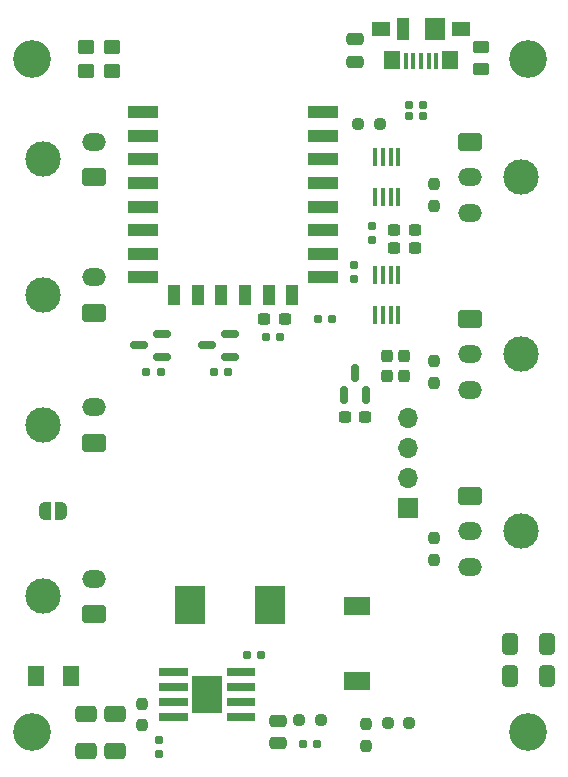
<source format=gbr>
%TF.GenerationSoftware,KiCad,Pcbnew,(6.0.1)*%
%TF.CreationDate,2022-02-04T15:15:15+01:00*%
%TF.ProjectId,WLED_ESP8266_molex_microfit,574c4544-5f45-4535-9038-3236365f6d6f,rev?*%
%TF.SameCoordinates,Original*%
%TF.FileFunction,Soldermask,Top*%
%TF.FilePolarity,Negative*%
%FSLAX46Y46*%
G04 Gerber Fmt 4.6, Leading zero omitted, Abs format (unit mm)*
G04 Created by KiCad (PCBNEW (6.0.1)) date 2022-02-04 15:15:15*
%MOMM*%
%LPD*%
G01*
G04 APERTURE LIST*
G04 Aperture macros list*
%AMRoundRect*
0 Rectangle with rounded corners*
0 $1 Rounding radius*
0 $2 $3 $4 $5 $6 $7 $8 $9 X,Y pos of 4 corners*
0 Add a 4 corners polygon primitive as box body*
4,1,4,$2,$3,$4,$5,$6,$7,$8,$9,$2,$3,0*
0 Add four circle primitives for the rounded corners*
1,1,$1+$1,$2,$3*
1,1,$1+$1,$4,$5*
1,1,$1+$1,$6,$7*
1,1,$1+$1,$8,$9*
0 Add four rect primitives between the rounded corners*
20,1,$1+$1,$2,$3,$4,$5,0*
20,1,$1+$1,$4,$5,$6,$7,0*
20,1,$1+$1,$6,$7,$8,$9,0*
20,1,$1+$1,$8,$9,$2,$3,0*%
%AMFreePoly0*
4,1,22,0.500000,-0.750000,0.000000,-0.750000,0.000000,-0.745033,-0.079941,-0.743568,-0.215256,-0.701293,-0.333266,-0.622738,-0.424486,-0.514219,-0.481581,-0.384460,-0.499164,-0.250000,-0.500000,-0.250000,-0.500000,0.250000,-0.499164,0.250000,-0.499963,0.256109,-0.478152,0.396186,-0.417904,0.524511,-0.324060,0.630769,-0.204165,0.706417,-0.067858,0.745374,0.000000,0.744959,0.000000,0.750000,
0.500000,0.750000,0.500000,-0.750000,0.500000,-0.750000,$1*%
%AMFreePoly1*
4,1,20,0.000000,0.744959,0.073905,0.744508,0.209726,0.703889,0.328688,0.626782,0.421226,0.519385,0.479903,0.390333,0.500000,0.250000,0.500000,-0.250000,0.499851,-0.262216,0.476331,-0.402017,0.414519,-0.529596,0.319384,-0.634700,0.198574,-0.708877,0.061801,-0.746166,0.000000,-0.745033,0.000000,-0.750000,-0.500000,-0.750000,-0.500000,0.750000,0.000000,0.750000,0.000000,0.744959,
0.000000,0.744959,$1*%
G04 Aperture macros list end*
%ADD10C,0.010000*%
%ADD11R,2.200000X1.500000*%
%ADD12R,2.500000X3.300000*%
%ADD13RoundRect,0.237500X0.237500X-0.300000X0.237500X0.300000X-0.237500X0.300000X-0.237500X-0.300000X0*%
%ADD14C,3.000000*%
%ADD15RoundRect,0.250001X0.759999X-0.499999X0.759999X0.499999X-0.759999X0.499999X-0.759999X-0.499999X0*%
%ADD16O,2.020000X1.500000*%
%ADD17RoundRect,0.250000X-0.650000X0.412500X-0.650000X-0.412500X0.650000X-0.412500X0.650000X0.412500X0*%
%ADD18R,1.700000X1.700000*%
%ADD19O,1.700000X1.700000*%
%ADD20RoundRect,0.250000X0.475000X-0.250000X0.475000X0.250000X-0.475000X0.250000X-0.475000X-0.250000X0*%
%ADD21RoundRect,0.237500X0.300000X0.237500X-0.300000X0.237500X-0.300000X-0.237500X0.300000X-0.237500X0*%
%ADD22RoundRect,0.160000X-0.197500X-0.160000X0.197500X-0.160000X0.197500X0.160000X-0.197500X0.160000X0*%
%ADD23RoundRect,0.155000X0.155000X-0.212500X0.155000X0.212500X-0.155000X0.212500X-0.155000X-0.212500X0*%
%ADD24RoundRect,0.237500X0.237500X-0.250000X0.237500X0.250000X-0.237500X0.250000X-0.237500X-0.250000X0*%
%ADD25R,0.300000X1.600000*%
%ADD26RoundRect,0.250001X-0.462499X-0.624999X0.462499X-0.624999X0.462499X0.624999X-0.462499X0.624999X0*%
%ADD27RoundRect,0.237500X-0.300000X-0.237500X0.300000X-0.237500X0.300000X0.237500X-0.300000X0.237500X0*%
%ADD28RoundRect,0.160000X0.160000X-0.197500X0.160000X0.197500X-0.160000X0.197500X-0.160000X-0.197500X0*%
%ADD29RoundRect,0.237500X-0.237500X0.250000X-0.237500X-0.250000X0.237500X-0.250000X0.237500X0.250000X0*%
%ADD30R,2.500000X1.000000*%
%ADD31R,1.000000X1.800000*%
%ADD32RoundRect,0.250001X-0.759999X0.499999X-0.759999X-0.499999X0.759999X-0.499999X0.759999X0.499999X0*%
%ADD33R,0.450000X1.380000*%
%ADD34R,1.000000X1.900000*%
%ADD35R,1.650000X1.300000*%
%ADD36R,1.425000X1.550000*%
%ADD37R,1.800000X1.900000*%
%ADD38RoundRect,0.250000X-0.450000X0.262500X-0.450000X-0.262500X0.450000X-0.262500X0.450000X0.262500X0*%
%ADD39RoundRect,0.250000X-0.412500X-0.650000X0.412500X-0.650000X0.412500X0.650000X-0.412500X0.650000X0*%
%ADD40RoundRect,0.237500X-0.250000X-0.237500X0.250000X-0.237500X0.250000X0.237500X-0.250000X0.237500X0*%
%ADD41FreePoly0,180.000000*%
%ADD42FreePoly1,180.000000*%
%ADD43C,3.200000*%
%ADD44RoundRect,0.250000X-0.450000X0.350000X-0.450000X-0.350000X0.450000X-0.350000X0.450000X0.350000X0*%
%ADD45RoundRect,0.160000X-0.160000X0.197500X-0.160000X-0.197500X0.160000X-0.197500X0.160000X0.197500X0*%
%ADD46RoundRect,0.160000X0.197500X0.160000X-0.197500X0.160000X-0.197500X-0.160000X0.197500X-0.160000X0*%
%ADD47RoundRect,0.150000X0.587500X0.150000X-0.587500X0.150000X-0.587500X-0.150000X0.587500X-0.150000X0*%
%ADD48RoundRect,0.237500X-0.237500X0.300000X-0.237500X-0.300000X0.237500X-0.300000X0.237500X0.300000X0*%
%ADD49RoundRect,0.155000X-0.212500X-0.155000X0.212500X-0.155000X0.212500X0.155000X-0.212500X0.155000X0*%
%ADD50RoundRect,0.150000X0.150000X-0.587500X0.150000X0.587500X-0.150000X0.587500X-0.150000X-0.587500X0*%
%ADD51RoundRect,0.250000X-0.475000X0.250000X-0.475000X-0.250000X0.475000X-0.250000X0.475000X0.250000X0*%
%ADD52RoundRect,0.250000X0.450000X-0.350000X0.450000X0.350000X-0.450000X0.350000X-0.450000X-0.350000X0*%
G04 APERTURE END LIST*
D10*
%TO.C,U2*%
X135406000Y-121756000D02*
X137806000Y-121756000D01*
X137806000Y-121756000D02*
X137806000Y-124856000D01*
X137806000Y-124856000D02*
X135406000Y-124856000D01*
X135406000Y-124856000D02*
X135406000Y-121756000D01*
G36*
X137806000Y-124856000D02*
G01*
X135406000Y-124856000D01*
X135406000Y-121756000D01*
X137806000Y-121756000D01*
X137806000Y-124856000D01*
G37*
X137806000Y-124856000D02*
X135406000Y-124856000D01*
X135406000Y-121756000D01*
X137806000Y-121756000D01*
X137806000Y-124856000D01*
X132561000Y-121081000D02*
X134901000Y-121081000D01*
X134901000Y-121081000D02*
X134901000Y-121721000D01*
X134901000Y-121721000D02*
X132561000Y-121721000D01*
X132561000Y-121721000D02*
X132561000Y-121081000D01*
G36*
X134901000Y-121721000D02*
G01*
X132561000Y-121721000D01*
X132561000Y-121081000D01*
X134901000Y-121081000D01*
X134901000Y-121721000D01*
G37*
X134901000Y-121721000D02*
X132561000Y-121721000D01*
X132561000Y-121081000D01*
X134901000Y-121081000D01*
X134901000Y-121721000D01*
X132561000Y-122351000D02*
X134901000Y-122351000D01*
X134901000Y-122351000D02*
X134901000Y-122991000D01*
X134901000Y-122991000D02*
X132561000Y-122991000D01*
X132561000Y-122991000D02*
X132561000Y-122351000D01*
G36*
X134901000Y-122991000D02*
G01*
X132561000Y-122991000D01*
X132561000Y-122351000D01*
X134901000Y-122351000D01*
X134901000Y-122991000D01*
G37*
X134901000Y-122991000D02*
X132561000Y-122991000D01*
X132561000Y-122351000D01*
X134901000Y-122351000D01*
X134901000Y-122991000D01*
X132561000Y-123621000D02*
X134901000Y-123621000D01*
X134901000Y-123621000D02*
X134901000Y-124261000D01*
X134901000Y-124261000D02*
X132561000Y-124261000D01*
X132561000Y-124261000D02*
X132561000Y-123621000D01*
G36*
X134901000Y-124261000D02*
G01*
X132561000Y-124261000D01*
X132561000Y-123621000D01*
X134901000Y-123621000D01*
X134901000Y-124261000D01*
G37*
X134901000Y-124261000D02*
X132561000Y-124261000D01*
X132561000Y-123621000D01*
X134901000Y-123621000D01*
X134901000Y-124261000D01*
X132561000Y-124891000D02*
X134901000Y-124891000D01*
X134901000Y-124891000D02*
X134901000Y-125531000D01*
X134901000Y-125531000D02*
X132561000Y-125531000D01*
X132561000Y-125531000D02*
X132561000Y-124891000D01*
G36*
X134901000Y-125531000D02*
G01*
X132561000Y-125531000D01*
X132561000Y-124891000D01*
X134901000Y-124891000D01*
X134901000Y-125531000D01*
G37*
X134901000Y-125531000D02*
X132561000Y-125531000D01*
X132561000Y-124891000D01*
X134901000Y-124891000D01*
X134901000Y-125531000D01*
X138311000Y-121081000D02*
X140651000Y-121081000D01*
X140651000Y-121081000D02*
X140651000Y-121721000D01*
X140651000Y-121721000D02*
X138311000Y-121721000D01*
X138311000Y-121721000D02*
X138311000Y-121081000D01*
G36*
X140651000Y-121721000D02*
G01*
X138311000Y-121721000D01*
X138311000Y-121081000D01*
X140651000Y-121081000D01*
X140651000Y-121721000D01*
G37*
X140651000Y-121721000D02*
X138311000Y-121721000D01*
X138311000Y-121081000D01*
X140651000Y-121081000D01*
X140651000Y-121721000D01*
X138311000Y-122351000D02*
X140651000Y-122351000D01*
X140651000Y-122351000D02*
X140651000Y-122991000D01*
X140651000Y-122991000D02*
X138311000Y-122991000D01*
X138311000Y-122991000D02*
X138311000Y-122351000D01*
G36*
X140651000Y-122991000D02*
G01*
X138311000Y-122991000D01*
X138311000Y-122351000D01*
X140651000Y-122351000D01*
X140651000Y-122991000D01*
G37*
X140651000Y-122991000D02*
X138311000Y-122991000D01*
X138311000Y-122351000D01*
X140651000Y-122351000D01*
X140651000Y-122991000D01*
X138311000Y-123621000D02*
X140651000Y-123621000D01*
X140651000Y-123621000D02*
X140651000Y-124261000D01*
X140651000Y-124261000D02*
X138311000Y-124261000D01*
X138311000Y-124261000D02*
X138311000Y-123621000D01*
G36*
X140651000Y-124261000D02*
G01*
X138311000Y-124261000D01*
X138311000Y-123621000D01*
X140651000Y-123621000D01*
X140651000Y-124261000D01*
G37*
X140651000Y-124261000D02*
X138311000Y-124261000D01*
X138311000Y-123621000D01*
X140651000Y-123621000D01*
X140651000Y-124261000D01*
X138311000Y-124891000D02*
X140651000Y-124891000D01*
X140651000Y-124891000D02*
X140651000Y-125531000D01*
X140651000Y-125531000D02*
X138311000Y-125531000D01*
X138311000Y-125531000D02*
X138311000Y-124891000D01*
G36*
X140651000Y-125531000D02*
G01*
X138311000Y-125531000D01*
X138311000Y-124891000D01*
X140651000Y-124891000D01*
X140651000Y-125531000D01*
G37*
X140651000Y-125531000D02*
X138311000Y-125531000D01*
X138311000Y-124891000D01*
X140651000Y-124891000D01*
X140651000Y-125531000D01*
%TD*%
D11*
%TO.C,L1*%
X149356000Y-115856000D03*
X149356000Y-122256000D03*
%TD*%
D12*
%TO.C,D1*%
X142006000Y-115806000D03*
X135206000Y-115806000D03*
%TD*%
D13*
%TO.C,C6*%
X151856000Y-96418500D03*
X151856000Y-94693500D03*
%TD*%
D14*
%TO.C,J6*%
X122786000Y-100556000D03*
D15*
X127106000Y-102056000D03*
D16*
X127106000Y-99056000D03*
%TD*%
D17*
%TO.C,C1*%
X126356000Y-124993500D03*
X126356000Y-128118500D03*
%TD*%
D18*
%TO.C,J9*%
X153656000Y-107556000D03*
D19*
X153656000Y-105016000D03*
X153656000Y-102476000D03*
X153656000Y-99936000D03*
%TD*%
D20*
%TO.C,C11*%
X142606000Y-127506000D03*
X142606000Y-125606000D03*
%TD*%
D21*
%TO.C,C9*%
X143218500Y-91556000D03*
X141493500Y-91556000D03*
%TD*%
D22*
%TO.C,R13*%
X153758500Y-73456000D03*
X154953500Y-73456000D03*
%TD*%
D23*
%TO.C,C3*%
X132606000Y-128373500D03*
X132606000Y-127238500D03*
%TD*%
D17*
%TO.C,C2*%
X128856000Y-124993500D03*
X128856000Y-128118500D03*
%TD*%
D14*
%TO.C,J3*%
X122786000Y-89556000D03*
D15*
X127106000Y-91056000D03*
D16*
X127106000Y-88056000D03*
%TD*%
D24*
%TO.C,R6*%
X150106000Y-127718500D03*
X150106000Y-125893500D03*
%TD*%
D22*
%TO.C,R17*%
X137258500Y-96056000D03*
X138453500Y-96056000D03*
%TD*%
D25*
%TO.C,U3*%
X152831000Y-77856000D03*
X152181000Y-77856000D03*
X151531000Y-77856000D03*
X150881000Y-77856000D03*
X150881000Y-81256000D03*
X151531000Y-81256000D03*
X152181000Y-81256000D03*
X152831000Y-81256000D03*
%TD*%
D26*
%TO.C,F1*%
X122118500Y-121806000D03*
X125093500Y-121806000D03*
%TD*%
D27*
%TO.C,C7*%
X152493500Y-84056000D03*
X154218500Y-84056000D03*
%TD*%
D28*
%TO.C,R16*%
X150606000Y-84903500D03*
X150606000Y-83708500D03*
%TD*%
D29*
%TO.C,R7*%
X155856000Y-95143500D03*
X155856000Y-96968500D03*
%TD*%
D30*
%TO.C,U1*%
X131256000Y-74056000D03*
X131256000Y-76056000D03*
X131256000Y-78056000D03*
X131256000Y-80056000D03*
X131256000Y-82056000D03*
X131256000Y-84056000D03*
X131256000Y-86056000D03*
X131256000Y-88056000D03*
D31*
X133856000Y-89556000D03*
X135856000Y-89556000D03*
X137856000Y-89556000D03*
X139856000Y-89556000D03*
X141856000Y-89556000D03*
X143856000Y-89556000D03*
D30*
X146456000Y-88056000D03*
X146456000Y-86056000D03*
X146456000Y-84056000D03*
X146456000Y-82056000D03*
X146456000Y-80056000D03*
X146456000Y-78056000D03*
X146456000Y-76056000D03*
X146456000Y-74056000D03*
%TD*%
D14*
%TO.C,J2*%
X163206000Y-109556000D03*
D32*
X158886000Y-106556000D03*
D16*
X158886000Y-109556000D03*
X158886000Y-112556000D03*
%TD*%
D22*
%TO.C,R12*%
X153758500Y-74406000D03*
X154953500Y-74406000D03*
%TD*%
D25*
%TO.C,U4*%
X152831000Y-87856000D03*
X152181000Y-87856000D03*
X151531000Y-87856000D03*
X150881000Y-87856000D03*
X150881000Y-91256000D03*
X151531000Y-91256000D03*
X152181000Y-91256000D03*
X152831000Y-91256000D03*
%TD*%
D33*
%TO.C,J5*%
X156056000Y-69716000D03*
X155406000Y-69716000D03*
X154756000Y-69716000D03*
X154106000Y-69716000D03*
X153456000Y-69716000D03*
D34*
X153206000Y-67056000D03*
D35*
X151381000Y-67056000D03*
D36*
X157243500Y-69631000D03*
D37*
X155906000Y-67056000D03*
D36*
X152268500Y-69631000D03*
D35*
X158131000Y-67056000D03*
%TD*%
D38*
%TO.C,R19*%
X159856000Y-68543500D03*
X159856000Y-70368500D03*
%TD*%
D39*
%TO.C,C13*%
X162293500Y-119056000D03*
X165418500Y-119056000D03*
%TD*%
D40*
%TO.C,R5*%
X151943500Y-125806000D03*
X153768500Y-125806000D03*
%TD*%
D41*
%TO.C,JP1*%
X124256000Y-107806000D03*
D42*
X122956000Y-107806000D03*
%TD*%
D43*
%TO.C,H4*%
X163856000Y-126556000D03*
%TD*%
D44*
%TO.C,R2*%
X128606000Y-68556000D03*
X128606000Y-70556000D03*
%TD*%
D14*
%TO.C,J7*%
X163206000Y-79556000D03*
D32*
X158886000Y-76556000D03*
D16*
X158886000Y-79556000D03*
X158886000Y-82556000D03*
%TD*%
D40*
%TO.C,R18*%
X149443500Y-75056000D03*
X151268500Y-75056000D03*
%TD*%
D29*
%TO.C,R9*%
X155856000Y-110143500D03*
X155856000Y-111968500D03*
%TD*%
D14*
%TO.C,J8*%
X163206000Y-94556000D03*
D32*
X158886000Y-91556000D03*
D16*
X158886000Y-94556000D03*
X158886000Y-97556000D03*
%TD*%
D45*
%TO.C,R14*%
X149106000Y-86958500D03*
X149106000Y-88153500D03*
%TD*%
D46*
%TO.C,R10*%
X142853500Y-93056000D03*
X141658500Y-93056000D03*
%TD*%
D43*
%TO.C,H1*%
X121856000Y-69556000D03*
%TD*%
D27*
%TO.C,C10*%
X148293500Y-99856000D03*
X150018500Y-99856000D03*
%TD*%
D14*
%TO.C,J4*%
X122786000Y-78056000D03*
D15*
X127106000Y-79556000D03*
D16*
X127106000Y-76556000D03*
%TD*%
D47*
%TO.C,Q2*%
X138543500Y-94756000D03*
X138543500Y-92856000D03*
X136668500Y-93806000D03*
%TD*%
D48*
%TO.C,C8*%
X153356000Y-94693500D03*
X153356000Y-96418500D03*
%TD*%
D49*
%TO.C,C4*%
X140038500Y-120056000D03*
X141173500Y-120056000D03*
%TD*%
D40*
%TO.C,R4*%
X144443500Y-125556000D03*
X146268500Y-125556000D03*
%TD*%
D14*
%TO.C,J1*%
X122786000Y-115056000D03*
D15*
X127106000Y-116556000D03*
D16*
X127106000Y-113556000D03*
%TD*%
D47*
%TO.C,Q1*%
X132793500Y-94756000D03*
X132793500Y-92856000D03*
X130918500Y-93806000D03*
%TD*%
D50*
%TO.C,U6*%
X148206000Y-97993500D03*
X150106000Y-97993500D03*
X149156000Y-96118500D03*
%TD*%
D43*
%TO.C,H3*%
X163856000Y-69556000D03*
%TD*%
D51*
%TO.C,C15*%
X149156000Y-67906000D03*
X149156000Y-69806000D03*
%TD*%
D22*
%TO.C,R1*%
X146008500Y-91556000D03*
X147203500Y-91556000D03*
%TD*%
D29*
%TO.C,R8*%
X155856000Y-80143500D03*
X155856000Y-81968500D03*
%TD*%
D24*
%TO.C,R3*%
X131106000Y-125968500D03*
X131106000Y-124143500D03*
%TD*%
D52*
%TO.C,R11*%
X126356000Y-70556000D03*
X126356000Y-68556000D03*
%TD*%
D22*
%TO.C,R15*%
X131508500Y-96056000D03*
X132703500Y-96056000D03*
%TD*%
D39*
%TO.C,C14*%
X162293500Y-121806000D03*
X165418500Y-121806000D03*
%TD*%
D21*
%TO.C,C5*%
X154218500Y-85556000D03*
X152493500Y-85556000D03*
%TD*%
D49*
%TO.C,C12*%
X144788500Y-127556000D03*
X145923500Y-127556000D03*
%TD*%
D43*
%TO.C,H2*%
X121856000Y-126556000D03*
%TD*%
M02*

</source>
